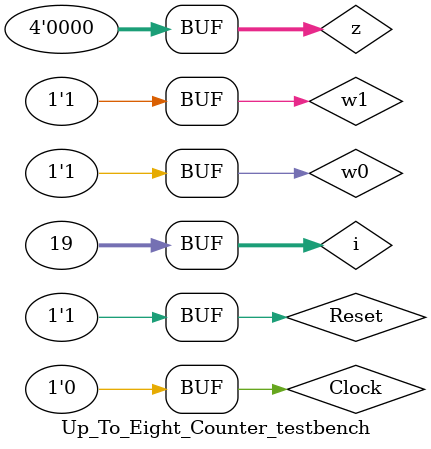
<source format=sv>

module Up_To_Eight_Counter(w1, w0, Reset, Clock, z);
	input w1, w0, Reset, Clock;
	output logic [3:0] z = 0;
	
	logic [3:0] CurrentState, NextState;

	localparam  
			A = 4'h0,
			B = 4'h1,
			C = 4'h2,
			D = 4'h3,
			E = 4'h4,
			F = 4'h5,
			G = 4'h6,
			H = 4'h7,
			I = 4'h8;
			//J = 4'h9;
	
// state table	
	always_comb begin
		case(CurrentState)
		A: if (!w1 && !w0) NextState = A;
			else if (!w1 && w0) NextState = B;
			else if (w1 && !w0) NextState = C;
			else /*if (w1 && w0)*/ NextState = I;
		B: if (!w1 && !w0) NextState = B;
			else if (!w1 && w0) NextState = C;
			else if (w1 && !w0) NextState = D;
			else /*if (w1 && w0)*/ NextState = A;
		C: if (!w1 && !w0) NextState = C;
			else if (!w1 && w0) NextState = D;
			else if (w1 && !w0) NextState = E;
			else /*if (w1 && w0)*/ NextState = B;
		D: if (!w1 && !w0) NextState = D;
			else if (!w1 && w0) NextState = E;
			else if (w1 && !w0) NextState = F;
			else /*if (w1 && w0)*/ NextState = C;
		E: if (!w1 && !w0) NextState = E;
			else if (!w1 && w0) NextState = F;
			else if (w1 && !w0) NextState = G;
			else /*if (w1 && w0)*/ NextState = D;
		F: if (!w1 && !w0) NextState = F;
			else if (!w1 && w0) NextState = G;
			else if (w1 && !w0) NextState = H;
			else /*if (w1 && w0)*/ NextState = E;
		G: if (!w1 && !w0) NextState = G;
			else if (!w1 && w0) NextState = H;
			else if (w1 && !w0) NextState = I;
			else /*if (w1 && w0)*/ NextState = F;
		H: if (!w1 && !w0) NextState = H;
			else if (!w1 && w0) NextState = I;
			else if (w1 && !w0) NextState = A;
			else /*if (w1 && w0)*/ NextState = G;
		I: if (!w1 && !w0) NextState = I;
			else if (!w1 && w0) NextState = A;
			else if (w1 && !w0) NextState = B;
			else /*if (w1 && w0)*/ NextState = H;
		/*J: if (!w1 && !w0) NextState = J;
			else if (!w1 && w0) NextState = A;
			else if (w1 && !w0) NextState = B;
			else /*if (w1 && w0) NextState = I;
			*/
			default: NextState = 4'h0; //A
		endcase
	end

	always_ff @(posedge Clock) begin
	
		if (Reset) begin
			CurrentState <= A;
			z <= 0;
		end else begin
			CurrentState <= NextState;
			z <= CurrentState;
		end
	end 

endmodule	

module Up_To_Eight_Counter_testbench;

	logic w1, w0, Clock, Reset;
	logic [3:0] z = 0;
	
	integer i;
	
	Up_To_Eight_Counter DeviceUnderTest(w1, w0, Reset, Clock, z);
	
	initial begin
		Reset = 0; //testing reset off.
		w1 = 0;
		w0 = 0;
		for (i = 0; i < 19; i++) begin
			Clock = 1;
			#10;
			Clock = 0;
			#10;
		end
		w1 = 0;
		w0 = 1;
		for (i = 0; i < 19; i++) begin
			Clock = 1;
			#10;
			Clock = 0;
			#10;
		end
		w1 = 1;
		w0 = 0;
		for (i = 0; i < 19; i++) begin
			Clock = 1;
			#10;
			Clock = 0;
			#10;
		end
		w1 = 1;
		w0 = 1;
		for (i = 0; i < 19; i++) begin
			Clock = 1;
			#10;
			Clock = 0;
			#10;
		end
		
		Reset = 1; //testing reset on.
		w1 = 0;
		w0 = 0;
		for (i = 0; i < 19; i++) begin
			Clock = 1;
			#10;
			Clock = 0;
			#10;
		end
		w1 = 0;
		w0 = 1;
		for (i = 0; i < 19; i++) begin
			Clock = 1;
			#10;
			Clock = 0;
			#10;
		end
		w1 = 1;
		w0 = 0;
		for (i = 0; i < 19; i++) begin
			Clock = 1;
			#10;
			Clock = 0;
			#10;
		end
		w1 = 1;
		w0 = 1;
		for (i = 0; i < 19; i++) begin
			Clock = 1;
			#10;
			Clock = 0;
			#10;
		end
	end	
endmodule	
</source>
